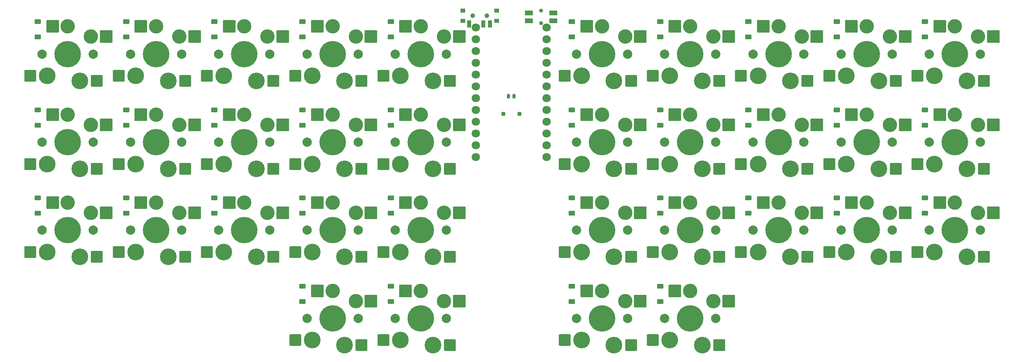
<source format=gbr>
%TF.GenerationSoftware,KiCad,Pcbnew,9.0.1*%
%TF.CreationDate,2025-05-05T17:51:07+08:00*%
%TF.ProjectId,board,626f6172-642e-46b6-9963-61645f706362,v1.0.0*%
%TF.SameCoordinates,Original*%
%TF.FileFunction,Soldermask,Bot*%
%TF.FilePolarity,Negative*%
%FSLAX46Y46*%
G04 Gerber Fmt 4.6, Leading zero omitted, Abs format (unit mm)*
G04 Created by KiCad (PCBNEW 9.0.1) date 2025-05-05 17:51:07*
%MOMM*%
%LPD*%
G01*
G04 APERTURE LIST*
G04 Aperture macros list*
%AMRoundRect*
0 Rectangle with rounded corners*
0 $1 Rounding radius*
0 $2 $3 $4 $5 $6 $7 $8 $9 X,Y pos of 4 corners*
0 Add a 4 corners polygon primitive as box body*
4,1,4,$2,$3,$4,$5,$6,$7,$8,$9,$2,$3,0*
0 Add four circle primitives for the rounded corners*
1,1,$1+$1,$2,$3*
1,1,$1+$1,$4,$5*
1,1,$1+$1,$6,$7*
1,1,$1+$1,$8,$9*
0 Add four rect primitives between the rounded corners*
20,1,$1+$1,$2,$3,$4,$5,0*
20,1,$1+$1,$4,$5,$6,$7,0*
20,1,$1+$1,$6,$7,$8,$9,0*
20,1,$1+$1,$8,$9,$2,$3,0*%
G04 Aperture macros list end*
%ADD10RoundRect,0.050000X0.600000X-0.450000X0.600000X0.450000X-0.600000X0.450000X-0.600000X-0.450000X0*%
%ADD11C,1.800000*%
%ADD12RoundRect,0.250000X-1.050000X-1.000000X1.050000X-1.000000X1.050000X1.000000X-1.050000X1.000000X0*%
%ADD13C,5.700000*%
%ADD14C,3.600000*%
%ADD15C,2.000000*%
%ADD16C,3.100000*%
%ADD17C,5.100000*%
%ADD18RoundRect,0.050000X-1.300000X-1.300000X1.300000X-1.300000X1.300000X1.300000X-1.300000X1.300000X0*%
%ADD19RoundRect,0.200000X0.200000X0.250000X-0.200000X0.250000X-0.200000X-0.250000X0.200000X-0.250000X0*%
%ADD20RoundRect,0.175000X0.175000X0.300000X-0.175000X0.300000X-0.175000X-0.300000X0.175000X-0.300000X0*%
%ADD21C,0.850000*%
%ADD22RoundRect,0.050000X0.775000X0.500000X-0.775000X0.500000X-0.775000X-0.500000X0.775000X-0.500000X0*%
%ADD23RoundRect,0.050000X-0.500000X-0.400000X0.500000X-0.400000X0.500000X0.400000X-0.500000X0.400000X0*%
%ADD24C,1.000000*%
%ADD25RoundRect,0.050000X-0.350000X-0.750000X0.350000X-0.750000X0.350000X0.750000X-0.350000X0.750000X0*%
G04 APERTURE END LIST*
D10*
%TO.C,D29*%
X265540000Y-152330000D03*
X265540000Y-149030000D03*
%TD*%
%TO.C,D12*%
X150540000Y-133330000D03*
X150540000Y-130030000D03*
%TD*%
%TO.C,D23*%
X227540000Y-152330000D03*
X227540000Y-149030000D03*
%TD*%
%TO.C,D4*%
X112540000Y-152330000D03*
X112540000Y-149030000D03*
%TD*%
%TO.C,D16*%
X169540000Y-133330000D03*
X169540000Y-130030000D03*
%TD*%
%TO.C,D14*%
X169540000Y-171330000D03*
X169540000Y-168030000D03*
%TD*%
%TO.C,D1*%
X93540000Y-152330000D03*
X93540000Y-149030000D03*
%TD*%
%TO.C,D21*%
X208540000Y-114330000D03*
X208540000Y-111030000D03*
%TD*%
%TO.C,D30*%
X265540000Y-133330000D03*
X265540000Y-130030000D03*
%TD*%
%TO.C,D20*%
X208540000Y-133330000D03*
X208540000Y-130030000D03*
%TD*%
%TO.C,D11*%
X150540000Y-152330000D03*
X150540000Y-149030000D03*
%TD*%
%TO.C,D5*%
X112540000Y-133330000D03*
X112540000Y-130030000D03*
%TD*%
%TO.C,D19*%
X208540000Y-152330000D03*
X208540000Y-149030000D03*
%TD*%
D11*
%TO.C,MCU1*%
X203120000Y-112300000D03*
X203120000Y-114840000D03*
X203120000Y-117380000D03*
X203120000Y-119920000D03*
X203120000Y-122460000D03*
X203120000Y-125000000D03*
X203120000Y-127540000D03*
X203120000Y-130080000D03*
X203120000Y-132620000D03*
X203120000Y-135160000D03*
X203120000Y-137700000D03*
X203120000Y-140240000D03*
X187880000Y-140240000D03*
X187880000Y-137700000D03*
X187880000Y-135160000D03*
X187880000Y-132620000D03*
X187880000Y-130080000D03*
X187880000Y-127540000D03*
X187880000Y-125000000D03*
X187880000Y-122460000D03*
X187880000Y-119920000D03*
X187880000Y-117380000D03*
X187880000Y-114840000D03*
X187880000Y-112300000D03*
%TD*%
D10*
%TO.C,D2*%
X93540000Y-133330000D03*
X93540000Y-130030000D03*
%TD*%
%TO.C,D7*%
X131540000Y-152330000D03*
X131540000Y-149030000D03*
%TD*%
%TO.C,D31*%
X265540000Y-114330000D03*
X265540000Y-111030000D03*
%TD*%
%TO.C,D13*%
X150540000Y-114330000D03*
X150540000Y-111030000D03*
%TD*%
%TO.C,D24*%
X227540000Y-133330000D03*
X227540000Y-130030000D03*
%TD*%
%TO.C,D15*%
X169540000Y-152330000D03*
X169540000Y-149030000D03*
%TD*%
%TO.C,D28*%
X246540000Y-114330000D03*
X246540000Y-111030000D03*
%TD*%
%TO.C,D26*%
X246540000Y-152330000D03*
X246540000Y-149030000D03*
%TD*%
%TO.C,D8*%
X131540000Y-133330000D03*
X131540000Y-130030000D03*
%TD*%
%TO.C,D22*%
X227540000Y-171330000D03*
X227540000Y-168030000D03*
%TD*%
%TO.C,D3*%
X93540000Y-114330000D03*
X93540000Y-111030000D03*
%TD*%
%TO.C,D27*%
X246540000Y-133330000D03*
X246540000Y-130030000D03*
%TD*%
%TO.C,D10*%
X150540000Y-171330000D03*
X150540000Y-168030000D03*
%TD*%
%TO.C,D17*%
X169540000Y-114330000D03*
X169540000Y-111030000D03*
%TD*%
%TO.C,D25*%
X227540000Y-114330000D03*
X227540000Y-111030000D03*
%TD*%
%TO.C,D34*%
X284540000Y-114330000D03*
X284540000Y-111030000D03*
%TD*%
%TO.C,D9*%
X131540000Y-114330000D03*
X131540000Y-111030000D03*
%TD*%
%TO.C,D6*%
X112540000Y-114330000D03*
X112540000Y-111030000D03*
%TD*%
%TO.C,D18*%
X208540000Y-171330000D03*
X208540000Y-168030000D03*
%TD*%
%TO.C,D33*%
X284540000Y-133330000D03*
X284540000Y-130030000D03*
%TD*%
%TO.C,D32*%
X284540000Y-152330000D03*
X284540000Y-149030000D03*
%TD*%
D12*
%TO.C,S31*%
X263950000Y-122700000D03*
D13*
X272000000Y-118000000D03*
D12*
X278250000Y-123750000D03*
D14*
X267600000Y-122700000D03*
X274600000Y-123750000D03*
%TD*%
D12*
%TO.C,S7*%
X129950000Y-160700000D03*
D13*
X138000000Y-156000000D03*
D12*
X144250000Y-161750000D03*
D14*
X133600000Y-160700000D03*
X140600000Y-161750000D03*
%TD*%
D15*
%TO.C,S65*%
X266500000Y-118000000D03*
D16*
X272000000Y-112050000D03*
D17*
X272000000Y-118000000D03*
D16*
X277000000Y-114250000D03*
D15*
X277500000Y-118000000D03*
D18*
X268725000Y-112050000D03*
X280275000Y-114250000D03*
%TD*%
D15*
%TO.C,S49*%
X170500000Y-156000000D03*
D16*
X176000000Y-150050000D03*
D17*
X176000000Y-156000000D03*
D16*
X181000000Y-152250000D03*
D15*
X181500000Y-156000000D03*
D18*
X172725000Y-150050000D03*
X184275000Y-152250000D03*
%TD*%
D15*
%TO.C,S42*%
X132500000Y-137000000D03*
D16*
X138000000Y-131050000D03*
D17*
X138000000Y-137000000D03*
D16*
X143000000Y-133250000D03*
D15*
X143500000Y-137000000D03*
D18*
X134725000Y-131050000D03*
X146275000Y-133250000D03*
%TD*%
D19*
%TO.C,CONN1*%
X193750000Y-130900000D03*
X197250000Y-130900000D03*
D20*
X196100000Y-127125000D03*
X194900000Y-127125000D03*
%TD*%
D12*
%TO.C,S4*%
X110950000Y-160700000D03*
D13*
X119000000Y-156000000D03*
D12*
X125250000Y-161750000D03*
D14*
X114600000Y-160700000D03*
X121600000Y-161750000D03*
%TD*%
D15*
%TO.C,S64*%
X266500000Y-137000000D03*
D16*
X272000000Y-131050000D03*
D17*
X272000000Y-137000000D03*
D16*
X277000000Y-133250000D03*
D15*
X277500000Y-137000000D03*
D18*
X268725000Y-131050000D03*
X280275000Y-133250000D03*
%TD*%
D15*
%TO.C,S63*%
X266500000Y-156000000D03*
D16*
X272000000Y-150050000D03*
D17*
X272000000Y-156000000D03*
D16*
X277000000Y-152250000D03*
D15*
X277500000Y-156000000D03*
D18*
X268725000Y-150050000D03*
X280275000Y-152250000D03*
%TD*%
D12*
%TO.C,S29*%
X263950000Y-160700000D03*
D13*
X272000000Y-156000000D03*
D12*
X278250000Y-161750000D03*
D14*
X267600000Y-160700000D03*
X274600000Y-161750000D03*
%TD*%
D12*
%TO.C,S26*%
X244950000Y-160700000D03*
D13*
X253000000Y-156000000D03*
D12*
X259250000Y-161750000D03*
D14*
X248600000Y-160700000D03*
X255600000Y-161750000D03*
%TD*%
D15*
%TO.C,S59*%
X228500000Y-118000000D03*
D16*
X234000000Y-112050000D03*
D17*
X234000000Y-118000000D03*
D16*
X239000000Y-114250000D03*
D15*
X239500000Y-118000000D03*
D18*
X230725000Y-112050000D03*
X242275000Y-114250000D03*
%TD*%
D12*
%TO.C,S16*%
X167950000Y-141700000D03*
D13*
X176000000Y-137000000D03*
D12*
X182250000Y-142750000D03*
D14*
X171600000Y-141700000D03*
X178600000Y-142750000D03*
%TD*%
D12*
%TO.C,S6*%
X110950000Y-122700000D03*
D13*
X119000000Y-118000000D03*
D12*
X125250000Y-123750000D03*
D14*
X114600000Y-122700000D03*
X121600000Y-123750000D03*
%TD*%
D12*
%TO.C,S5*%
X110950000Y-141700000D03*
D13*
X119000000Y-137000000D03*
D12*
X125250000Y-142750000D03*
D14*
X114600000Y-141700000D03*
X121600000Y-142750000D03*
%TD*%
D12*
%TO.C,S1*%
X91950000Y-160700000D03*
D13*
X100000000Y-156000000D03*
D12*
X106250000Y-161750000D03*
D14*
X95600000Y-160700000D03*
X102600000Y-161750000D03*
%TD*%
D15*
%TO.C,S39*%
X113500000Y-137000000D03*
D16*
X119000000Y-131050000D03*
D17*
X119000000Y-137000000D03*
D16*
X124000000Y-133250000D03*
D15*
X124500000Y-137000000D03*
D18*
X115725000Y-131050000D03*
X127275000Y-133250000D03*
%TD*%
D15*
%TO.C,S41*%
X132500000Y-156000000D03*
D16*
X138000000Y-150050000D03*
D17*
X138000000Y-156000000D03*
D16*
X143000000Y-152250000D03*
D15*
X143500000Y-156000000D03*
D18*
X134725000Y-150050000D03*
X146275000Y-152250000D03*
%TD*%
D12*
%TO.C,S2*%
X91950000Y-141700000D03*
D13*
X100000000Y-137000000D03*
D12*
X106250000Y-142750000D03*
D14*
X95600000Y-141700000D03*
X102600000Y-142750000D03*
%TD*%
D15*
%TO.C,S47*%
X151500000Y-118000000D03*
D16*
X157000000Y-112050000D03*
D17*
X157000000Y-118000000D03*
D16*
X162000000Y-114250000D03*
D15*
X162500000Y-118000000D03*
D18*
X153725000Y-112050000D03*
X165275000Y-114250000D03*
%TD*%
D15*
%TO.C,S55*%
X209500000Y-118000000D03*
D16*
X215000000Y-112050000D03*
D17*
X215000000Y-118000000D03*
D16*
X220000000Y-114250000D03*
D15*
X220500000Y-118000000D03*
D18*
X211725000Y-112050000D03*
X223275000Y-114250000D03*
%TD*%
D12*
%TO.C,S24*%
X225950000Y-141700000D03*
D13*
X234000000Y-137000000D03*
D12*
X240250000Y-142750000D03*
D14*
X229600000Y-141700000D03*
X236600000Y-142750000D03*
%TD*%
D15*
%TO.C,S52*%
X209500000Y-175000000D03*
D16*
X215000000Y-169050000D03*
D17*
X215000000Y-175000000D03*
D16*
X220000000Y-171250000D03*
D15*
X220500000Y-175000000D03*
D18*
X211725000Y-169050000D03*
X223275000Y-171250000D03*
%TD*%
D12*
%TO.C,S12*%
X148950000Y-141700000D03*
D13*
X157000000Y-137000000D03*
D12*
X163250000Y-142750000D03*
D14*
X152600000Y-141700000D03*
X159600000Y-142750000D03*
%TD*%
D15*
%TO.C,S35*%
X94500000Y-156000000D03*
D16*
X100000000Y-150050000D03*
D17*
X100000000Y-156000000D03*
D16*
X105000000Y-152250000D03*
D15*
X105500000Y-156000000D03*
D18*
X96725000Y-150050000D03*
X108275000Y-152250000D03*
%TD*%
D12*
%TO.C,S14*%
X167950000Y-179700000D03*
D13*
X176000000Y-175000000D03*
D12*
X182250000Y-180750000D03*
D14*
X171600000Y-179700000D03*
X178600000Y-180750000D03*
%TD*%
D12*
%TO.C,S33*%
X282950000Y-141700000D03*
D13*
X291000000Y-137000000D03*
D12*
X297250000Y-142750000D03*
D14*
X286600000Y-141700000D03*
X293600000Y-142750000D03*
%TD*%
D15*
%TO.C,S45*%
X151500000Y-156000000D03*
D16*
X157000000Y-150050000D03*
D17*
X157000000Y-156000000D03*
D16*
X162000000Y-152250000D03*
D15*
X162500000Y-156000000D03*
D18*
X153725000Y-150050000D03*
X165275000Y-152250000D03*
%TD*%
D15*
%TO.C,S57*%
X228500000Y-156000000D03*
D16*
X234000000Y-150050000D03*
D17*
X234000000Y-156000000D03*
D16*
X239000000Y-152250000D03*
D15*
X239500000Y-156000000D03*
D18*
X230725000Y-150050000D03*
X242275000Y-152250000D03*
%TD*%
D15*
%TO.C,S54*%
X209500000Y-137000000D03*
D16*
X215000000Y-131050000D03*
D17*
X215000000Y-137000000D03*
D16*
X220000000Y-133250000D03*
D15*
X220500000Y-137000000D03*
D18*
X211725000Y-131050000D03*
X223275000Y-133250000D03*
%TD*%
D15*
%TO.C,S62*%
X247500000Y-118000000D03*
D16*
X253000000Y-112050000D03*
D17*
X253000000Y-118000000D03*
D16*
X258000000Y-114250000D03*
D15*
X258500000Y-118000000D03*
D18*
X249725000Y-112050000D03*
X261275000Y-114250000D03*
%TD*%
D15*
%TO.C,S37*%
X94500000Y-118000000D03*
D16*
X100000000Y-112050000D03*
D17*
X100000000Y-118000000D03*
D16*
X105000000Y-114250000D03*
D15*
X105500000Y-118000000D03*
D18*
X96725000Y-112050000D03*
X108275000Y-114250000D03*
%TD*%
D21*
%TO.C,RST1*%
X201880000Y-108625000D03*
X201880000Y-111375000D03*
D22*
X199255000Y-109150000D03*
X199255000Y-110850000D03*
X204505000Y-109150000D03*
X204505000Y-110850000D03*
%TD*%
D12*
%TO.C,S15*%
X167950000Y-160700000D03*
D13*
X176000000Y-156000000D03*
D12*
X182250000Y-161750000D03*
D14*
X171600000Y-160700000D03*
X178600000Y-161750000D03*
%TD*%
D12*
%TO.C,S30*%
X263950000Y-141700000D03*
D13*
X272000000Y-137000000D03*
D12*
X278250000Y-142750000D03*
D14*
X267600000Y-141700000D03*
X274600000Y-142750000D03*
%TD*%
D15*
%TO.C,S68*%
X285500000Y-118000000D03*
D16*
X291000000Y-112050000D03*
D17*
X291000000Y-118000000D03*
D16*
X296000000Y-114250000D03*
D15*
X296500000Y-118000000D03*
D18*
X287725000Y-112050000D03*
X299275000Y-114250000D03*
%TD*%
D15*
%TO.C,S58*%
X228500000Y-137000000D03*
D16*
X234000000Y-131050000D03*
D17*
X234000000Y-137000000D03*
D16*
X239000000Y-133250000D03*
D15*
X239500000Y-137000000D03*
D18*
X230725000Y-131050000D03*
X242275000Y-133250000D03*
%TD*%
D12*
%TO.C,S8*%
X129950000Y-141700000D03*
D13*
X138000000Y-137000000D03*
D12*
X144250000Y-142750000D03*
D14*
X133600000Y-141700000D03*
X140600000Y-142750000D03*
%TD*%
D12*
%TO.C,S9*%
X129950000Y-122700000D03*
D13*
X138000000Y-118000000D03*
D12*
X144250000Y-123750000D03*
D14*
X133600000Y-122700000D03*
X140600000Y-123750000D03*
%TD*%
D15*
%TO.C,S67*%
X285500000Y-137000000D03*
D16*
X291000000Y-131050000D03*
D17*
X291000000Y-137000000D03*
D16*
X296000000Y-133250000D03*
D15*
X296500000Y-137000000D03*
D18*
X287725000Y-131050000D03*
X299275000Y-133250000D03*
%TD*%
D12*
%TO.C,S22*%
X225950000Y-179700000D03*
D13*
X234000000Y-175000000D03*
D12*
X240250000Y-180750000D03*
D14*
X229600000Y-179700000D03*
X236600000Y-180750000D03*
%TD*%
D15*
%TO.C,S44*%
X151500000Y-175000000D03*
D16*
X157000000Y-169050000D03*
D17*
X157000000Y-175000000D03*
D16*
X162000000Y-171250000D03*
D15*
X162500000Y-175000000D03*
D18*
X153725000Y-169050000D03*
X165275000Y-171250000D03*
%TD*%
D15*
%TO.C,S38*%
X113500000Y-156000000D03*
D16*
X119000000Y-150050000D03*
D17*
X119000000Y-156000000D03*
D16*
X124000000Y-152250000D03*
D15*
X124500000Y-156000000D03*
D18*
X115725000Y-150050000D03*
X127275000Y-152250000D03*
%TD*%
D12*
%TO.C,S13*%
X148950000Y-122700000D03*
D13*
X157000000Y-118000000D03*
D12*
X163250000Y-123750000D03*
D14*
X152600000Y-122700000D03*
X159600000Y-123750000D03*
%TD*%
D12*
%TO.C,S23*%
X225950000Y-160700000D03*
D13*
X234000000Y-156000000D03*
D12*
X240250000Y-161750000D03*
D14*
X229600000Y-160700000D03*
X236600000Y-161750000D03*
%TD*%
D15*
%TO.C,S43*%
X132500000Y-118000000D03*
D16*
X138000000Y-112050000D03*
D17*
X138000000Y-118000000D03*
D16*
X143000000Y-114250000D03*
D15*
X143500000Y-118000000D03*
D18*
X134725000Y-112050000D03*
X146275000Y-114250000D03*
%TD*%
D12*
%TO.C,S3*%
X91950000Y-122700000D03*
D13*
X100000000Y-118000000D03*
D12*
X106250000Y-123750000D03*
D14*
X95600000Y-122700000D03*
X102600000Y-123750000D03*
%TD*%
D15*
%TO.C,S48*%
X170500000Y-175000000D03*
D16*
X176000000Y-169050000D03*
D17*
X176000000Y-175000000D03*
D16*
X181000000Y-171250000D03*
D15*
X181500000Y-175000000D03*
D18*
X172725000Y-169050000D03*
X184275000Y-171250000D03*
%TD*%
D12*
%TO.C,S34*%
X282950000Y-122700000D03*
D13*
X291000000Y-118000000D03*
D12*
X297250000Y-123750000D03*
D14*
X286600000Y-122700000D03*
X293600000Y-123750000D03*
%TD*%
D12*
%TO.C,S25*%
X225950000Y-122700000D03*
D13*
X234000000Y-118000000D03*
D12*
X240250000Y-123750000D03*
D14*
X229600000Y-122700000D03*
X236600000Y-123750000D03*
%TD*%
D15*
%TO.C,S46*%
X151500000Y-137000000D03*
D16*
X157000000Y-131050000D03*
D17*
X157000000Y-137000000D03*
D16*
X162000000Y-133250000D03*
D15*
X162500000Y-137000000D03*
D18*
X153725000Y-131050000D03*
X165275000Y-133250000D03*
%TD*%
D12*
%TO.C,S10*%
X148950000Y-179700000D03*
D13*
X157000000Y-175000000D03*
D12*
X163250000Y-180750000D03*
D14*
X152600000Y-179700000D03*
X159600000Y-180750000D03*
%TD*%
D12*
%TO.C,S28*%
X244950000Y-122700000D03*
D13*
X253000000Y-118000000D03*
D12*
X259250000Y-123750000D03*
D14*
X248600000Y-122700000D03*
X255600000Y-123750000D03*
%TD*%
D15*
%TO.C,S50*%
X170500000Y-137000000D03*
D16*
X176000000Y-131050000D03*
D17*
X176000000Y-137000000D03*
D16*
X181000000Y-133250000D03*
D15*
X181500000Y-137000000D03*
D18*
X172725000Y-131050000D03*
X184275000Y-133250000D03*
%TD*%
D12*
%TO.C,S20*%
X206950000Y-141700000D03*
D13*
X215000000Y-137000000D03*
D12*
X221250000Y-142750000D03*
D14*
X210600000Y-141700000D03*
X217600000Y-142750000D03*
%TD*%
D15*
%TO.C,S36*%
X94500000Y-137000000D03*
D16*
X100000000Y-131050000D03*
D17*
X100000000Y-137000000D03*
D16*
X105000000Y-133250000D03*
D15*
X105500000Y-137000000D03*
D18*
X96725000Y-131050000D03*
X108275000Y-133250000D03*
%TD*%
D15*
%TO.C,S40*%
X113500000Y-118000000D03*
D16*
X119000000Y-112050000D03*
D17*
X119000000Y-118000000D03*
D16*
X124000000Y-114250000D03*
D15*
X124500000Y-118000000D03*
D18*
X115725000Y-112050000D03*
X127275000Y-114250000D03*
%TD*%
D12*
%TO.C,S17*%
X167950000Y-122700000D03*
D13*
X176000000Y-118000000D03*
D12*
X182250000Y-123750000D03*
D14*
X171600000Y-122700000D03*
X178600000Y-123750000D03*
%TD*%
D23*
%TO.C,PWR1*%
X185030000Y-110835000D03*
X192330000Y-110835000D03*
D24*
X187180000Y-109725000D03*
X190180000Y-109725000D03*
D23*
X185030000Y-108625000D03*
X192330000Y-108625000D03*
D25*
X186430000Y-111485000D03*
X189430000Y-111485000D03*
X190930000Y-111485000D03*
%TD*%
D12*
%TO.C,S27*%
X244950000Y-141700000D03*
D13*
X253000000Y-137000000D03*
D12*
X259250000Y-142750000D03*
D14*
X248600000Y-141700000D03*
X255600000Y-142750000D03*
%TD*%
D15*
%TO.C,S51*%
X170500000Y-118000000D03*
D16*
X176000000Y-112050000D03*
D17*
X176000000Y-118000000D03*
D16*
X181000000Y-114250000D03*
D15*
X181500000Y-118000000D03*
D18*
X172725000Y-112050000D03*
X184275000Y-114250000D03*
%TD*%
D15*
%TO.C,S53*%
X209500000Y-156000000D03*
D16*
X215000000Y-150050000D03*
D17*
X215000000Y-156000000D03*
D16*
X220000000Y-152250000D03*
D15*
X220500000Y-156000000D03*
D18*
X211725000Y-150050000D03*
X223275000Y-152250000D03*
%TD*%
D12*
%TO.C,S21*%
X206950000Y-122700000D03*
D13*
X215000000Y-118000000D03*
D12*
X221250000Y-123750000D03*
D14*
X210600000Y-122700000D03*
X217600000Y-123750000D03*
%TD*%
D12*
%TO.C,S11*%
X148950000Y-160700000D03*
D13*
X157000000Y-156000000D03*
D12*
X163250000Y-161750000D03*
D14*
X152600000Y-160700000D03*
X159600000Y-161750000D03*
%TD*%
D15*
%TO.C,S56*%
X228500000Y-175000000D03*
D16*
X234000000Y-169050000D03*
D17*
X234000000Y-175000000D03*
D16*
X239000000Y-171250000D03*
D15*
X239500000Y-175000000D03*
D18*
X230725000Y-169050000D03*
X242275000Y-171250000D03*
%TD*%
D12*
%TO.C,S18*%
X206950000Y-179700000D03*
D13*
X215000000Y-175000000D03*
D12*
X221250000Y-180750000D03*
D14*
X210600000Y-179700000D03*
X217600000Y-180750000D03*
%TD*%
D15*
%TO.C,S60*%
X247500000Y-156000000D03*
D16*
X253000000Y-150050000D03*
D17*
X253000000Y-156000000D03*
D16*
X258000000Y-152250000D03*
D15*
X258500000Y-156000000D03*
D18*
X249725000Y-150050000D03*
X261275000Y-152250000D03*
%TD*%
D15*
%TO.C,S61*%
X247500000Y-137000000D03*
D16*
X253000000Y-131050000D03*
D17*
X253000000Y-137000000D03*
D16*
X258000000Y-133250000D03*
D15*
X258500000Y-137000000D03*
D18*
X249725000Y-131050000D03*
X261275000Y-133250000D03*
%TD*%
D15*
%TO.C,S66*%
X285500000Y-156000000D03*
D16*
X291000000Y-150050000D03*
D17*
X291000000Y-156000000D03*
D16*
X296000000Y-152250000D03*
D15*
X296500000Y-156000000D03*
D18*
X287725000Y-150050000D03*
X299275000Y-152250000D03*
%TD*%
D12*
%TO.C,S32*%
X282950000Y-160700000D03*
D13*
X291000000Y-156000000D03*
D12*
X297250000Y-161750000D03*
D14*
X286600000Y-160700000D03*
X293600000Y-161750000D03*
%TD*%
D12*
%TO.C,S19*%
X206950000Y-160700000D03*
D13*
X215000000Y-156000000D03*
D12*
X221250000Y-161750000D03*
D14*
X210600000Y-160700000D03*
X217600000Y-161750000D03*
%TD*%
M02*

</source>
